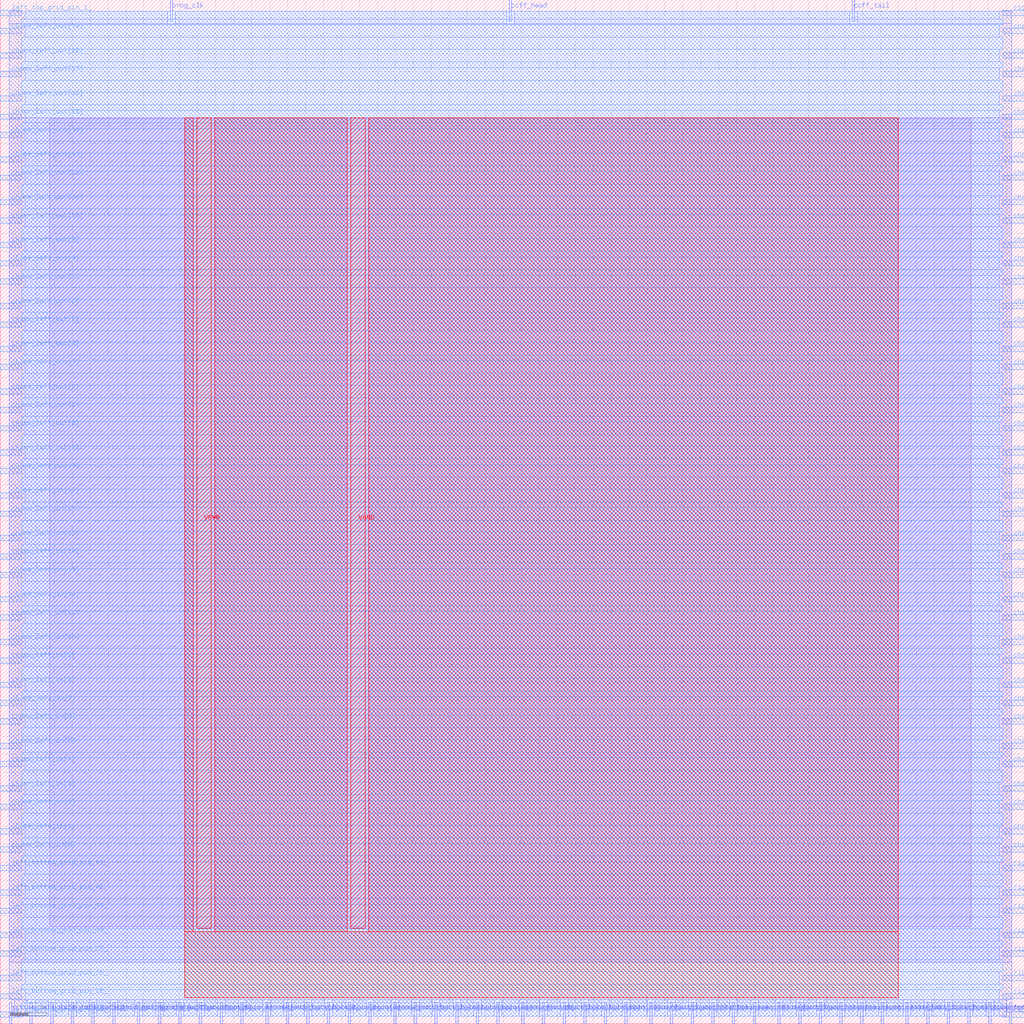
<source format=lef>
VERSION 5.7 ;
  NOWIREEXTENSIONATPIN ON ;
  DIVIDERCHAR "/" ;
  BUSBITCHARS "[]" ;
MACRO sb_1__8_
  CLASS BLOCK ;
  FOREIGN sb_1__8_ ;
  ORIGIN 0.000 0.000 ;
  SIZE 114.000 BY 114.000 ;
  PIN bottom_left_grid_pin_42_
    DIRECTION INPUT ;
    PORT
      LAYER met2 ;
        RECT 1.010 0.000 1.290 2.400 ;
    END
  END bottom_left_grid_pin_42_
  PIN bottom_left_grid_pin_43_
    DIRECTION INPUT ;
    PORT
      LAYER met2 ;
        RECT 3.310 0.000 3.590 2.400 ;
    END
  END bottom_left_grid_pin_43_
  PIN bottom_left_grid_pin_44_
    DIRECTION INPUT ;
    PORT
      LAYER met2 ;
        RECT 5.610 0.000 5.890 2.400 ;
    END
  END bottom_left_grid_pin_44_
  PIN bottom_left_grid_pin_45_
    DIRECTION INPUT ;
    PORT
      LAYER met2 ;
        RECT 7.910 0.000 8.190 2.400 ;
    END
  END bottom_left_grid_pin_45_
  PIN bottom_left_grid_pin_46_
    DIRECTION INPUT ;
    PORT
      LAYER met2 ;
        RECT 10.210 0.000 10.490 2.400 ;
    END
  END bottom_left_grid_pin_46_
  PIN bottom_left_grid_pin_47_
    DIRECTION INPUT ;
    PORT
      LAYER met2 ;
        RECT 12.510 0.000 12.790 2.400 ;
    END
  END bottom_left_grid_pin_47_
  PIN bottom_left_grid_pin_48_
    DIRECTION INPUT ;
    PORT
      LAYER met2 ;
        RECT 15.270 0.000 15.550 2.400 ;
    END
  END bottom_left_grid_pin_48_
  PIN bottom_left_grid_pin_49_
    DIRECTION INPUT ;
    PORT
      LAYER met2 ;
        RECT 17.570 0.000 17.850 2.400 ;
    END
  END bottom_left_grid_pin_49_
  PIN ccff_head
    DIRECTION INPUT ;
    PORT
      LAYER met2 ;
        RECT 56.670 111.600 56.950 114.000 ;
    END
  END ccff_head
  PIN ccff_tail
    DIRECTION OUTPUT TRISTATE ;
    PORT
      LAYER met2 ;
        RECT 94.850 111.600 95.130 114.000 ;
    END
  END ccff_tail
  PIN chanx_left_in[0]
    DIRECTION INPUT ;
    PORT
      LAYER met3 ;
        RECT 0.000 19.080 2.400 19.680 ;
    END
  END chanx_left_in[0]
  PIN chanx_left_in[10]
    DIRECTION INPUT ;
    PORT
      LAYER met3 ;
        RECT 0.000 42.200 2.400 42.800 ;
    END
  END chanx_left_in[10]
  PIN chanx_left_in[11]
    DIRECTION INPUT ;
    PORT
      LAYER met3 ;
        RECT 0.000 44.920 2.400 45.520 ;
    END
  END chanx_left_in[11]
  PIN chanx_left_in[12]
    DIRECTION INPUT ;
    PORT
      LAYER met3 ;
        RECT 0.000 46.960 2.400 47.560 ;
    END
  END chanx_left_in[12]
  PIN chanx_left_in[13]
    DIRECTION INPUT ;
    PORT
      LAYER met3 ;
        RECT 0.000 49.680 2.400 50.280 ;
    END
  END chanx_left_in[13]
  PIN chanx_left_in[14]
    DIRECTION INPUT ;
    PORT
      LAYER met3 ;
        RECT 0.000 51.720 2.400 52.320 ;
    END
  END chanx_left_in[14]
  PIN chanx_left_in[15]
    DIRECTION INPUT ;
    PORT
      LAYER met3 ;
        RECT 0.000 53.760 2.400 54.360 ;
    END
  END chanx_left_in[15]
  PIN chanx_left_in[16]
    DIRECTION INPUT ;
    PORT
      LAYER met3 ;
        RECT 0.000 56.480 2.400 57.080 ;
    END
  END chanx_left_in[16]
  PIN chanx_left_in[17]
    DIRECTION INPUT ;
    PORT
      LAYER met3 ;
        RECT 0.000 58.520 2.400 59.120 ;
    END
  END chanx_left_in[17]
  PIN chanx_left_in[18]
    DIRECTION INPUT ;
    PORT
      LAYER met3 ;
        RECT 0.000 61.240 2.400 61.840 ;
    END
  END chanx_left_in[18]
  PIN chanx_left_in[19]
    DIRECTION INPUT ;
    PORT
      LAYER met3 ;
        RECT 0.000 63.280 2.400 63.880 ;
    END
  END chanx_left_in[19]
  PIN chanx_left_in[1]
    DIRECTION INPUT ;
    PORT
      LAYER met3 ;
        RECT 0.000 21.120 2.400 21.720 ;
    END
  END chanx_left_in[1]
  PIN chanx_left_in[2]
    DIRECTION INPUT ;
    PORT
      LAYER met3 ;
        RECT 0.000 23.840 2.400 24.440 ;
    END
  END chanx_left_in[2]
  PIN chanx_left_in[3]
    DIRECTION INPUT ;
    PORT
      LAYER met3 ;
        RECT 0.000 25.880 2.400 26.480 ;
    END
  END chanx_left_in[3]
  PIN chanx_left_in[4]
    DIRECTION INPUT ;
    PORT
      LAYER met3 ;
        RECT 0.000 28.600 2.400 29.200 ;
    END
  END chanx_left_in[4]
  PIN chanx_left_in[5]
    DIRECTION INPUT ;
    PORT
      LAYER met3 ;
        RECT 0.000 30.640 2.400 31.240 ;
    END
  END chanx_left_in[5]
  PIN chanx_left_in[6]
    DIRECTION INPUT ;
    PORT
      LAYER met3 ;
        RECT 0.000 33.360 2.400 33.960 ;
    END
  END chanx_left_in[6]
  PIN chanx_left_in[7]
    DIRECTION INPUT ;
    PORT
      LAYER met3 ;
        RECT 0.000 35.400 2.400 36.000 ;
    END
  END chanx_left_in[7]
  PIN chanx_left_in[8]
    DIRECTION INPUT ;
    PORT
      LAYER met3 ;
        RECT 0.000 37.440 2.400 38.040 ;
    END
  END chanx_left_in[8]
  PIN chanx_left_in[9]
    DIRECTION INPUT ;
    PORT
      LAYER met3 ;
        RECT 0.000 40.160 2.400 40.760 ;
    END
  END chanx_left_in[9]
  PIN chanx_left_out[0]
    DIRECTION OUTPUT TRISTATE ;
    PORT
      LAYER met3 ;
        RECT 0.000 66.000 2.400 66.600 ;
    END
  END chanx_left_out[0]
  PIN chanx_left_out[10]
    DIRECTION OUTPUT TRISTATE ;
    PORT
      LAYER met3 ;
        RECT 0.000 89.120 2.400 89.720 ;
    END
  END chanx_left_out[10]
  PIN chanx_left_out[11]
    DIRECTION OUTPUT TRISTATE ;
    PORT
      LAYER met3 ;
        RECT 0.000 91.160 2.400 91.760 ;
    END
  END chanx_left_out[11]
  PIN chanx_left_out[12]
    DIRECTION OUTPUT TRISTATE ;
    PORT
      LAYER met3 ;
        RECT 0.000 93.880 2.400 94.480 ;
    END
  END chanx_left_out[12]
  PIN chanx_left_out[13]
    DIRECTION OUTPUT TRISTATE ;
    PORT
      LAYER met3 ;
        RECT 0.000 95.920 2.400 96.520 ;
    END
  END chanx_left_out[13]
  PIN chanx_left_out[14]
    DIRECTION OUTPUT TRISTATE ;
    PORT
      LAYER met3 ;
        RECT 0.000 98.640 2.400 99.240 ;
    END
  END chanx_left_out[14]
  PIN chanx_left_out[15]
    DIRECTION OUTPUT TRISTATE ;
    PORT
      LAYER met3 ;
        RECT 0.000 100.680 2.400 101.280 ;
    END
  END chanx_left_out[15]
  PIN chanx_left_out[16]
    DIRECTION OUTPUT TRISTATE ;
    PORT
      LAYER met3 ;
        RECT 0.000 102.720 2.400 103.320 ;
    END
  END chanx_left_out[16]
  PIN chanx_left_out[17]
    DIRECTION OUTPUT TRISTATE ;
    PORT
      LAYER met3 ;
        RECT 0.000 105.440 2.400 106.040 ;
    END
  END chanx_left_out[17]
  PIN chanx_left_out[18]
    DIRECTION OUTPUT TRISTATE ;
    PORT
      LAYER met3 ;
        RECT 0.000 107.480 2.400 108.080 ;
    END
  END chanx_left_out[18]
  PIN chanx_left_out[19]
    DIRECTION OUTPUT TRISTATE ;
    PORT
      LAYER met3 ;
        RECT 0.000 110.200 2.400 110.800 ;
    END
  END chanx_left_out[19]
  PIN chanx_left_out[1]
    DIRECTION OUTPUT TRISTATE ;
    PORT
      LAYER met3 ;
        RECT 0.000 68.040 2.400 68.640 ;
    END
  END chanx_left_out[1]
  PIN chanx_left_out[2]
    DIRECTION OUTPUT TRISTATE ;
    PORT
      LAYER met3 ;
        RECT 0.000 70.080 2.400 70.680 ;
    END
  END chanx_left_out[2]
  PIN chanx_left_out[3]
    DIRECTION OUTPUT TRISTATE ;
    PORT
      LAYER met3 ;
        RECT 0.000 72.800 2.400 73.400 ;
    END
  END chanx_left_out[3]
  PIN chanx_left_out[4]
    DIRECTION OUTPUT TRISTATE ;
    PORT
      LAYER met3 ;
        RECT 0.000 74.840 2.400 75.440 ;
    END
  END chanx_left_out[4]
  PIN chanx_left_out[5]
    DIRECTION OUTPUT TRISTATE ;
    PORT
      LAYER met3 ;
        RECT 0.000 77.560 2.400 78.160 ;
    END
  END chanx_left_out[5]
  PIN chanx_left_out[6]
    DIRECTION OUTPUT TRISTATE ;
    PORT
      LAYER met3 ;
        RECT 0.000 79.600 2.400 80.200 ;
    END
  END chanx_left_out[6]
  PIN chanx_left_out[7]
    DIRECTION OUTPUT TRISTATE ;
    PORT
      LAYER met3 ;
        RECT 0.000 82.320 2.400 82.920 ;
    END
  END chanx_left_out[7]
  PIN chanx_left_out[8]
    DIRECTION OUTPUT TRISTATE ;
    PORT
      LAYER met3 ;
        RECT 0.000 84.360 2.400 84.960 ;
    END
  END chanx_left_out[8]
  PIN chanx_left_out[9]
    DIRECTION OUTPUT TRISTATE ;
    PORT
      LAYER met3 ;
        RECT 0.000 86.400 2.400 87.000 ;
    END
  END chanx_left_out[9]
  PIN chanx_right_in[0]
    DIRECTION INPUT ;
    PORT
      LAYER met3 ;
        RECT 111.600 19.080 114.000 19.680 ;
    END
  END chanx_right_in[0]
  PIN chanx_right_in[10]
    DIRECTION INPUT ;
    PORT
      LAYER met3 ;
        RECT 111.600 42.200 114.000 42.800 ;
    END
  END chanx_right_in[10]
  PIN chanx_right_in[11]
    DIRECTION INPUT ;
    PORT
      LAYER met3 ;
        RECT 111.600 44.920 114.000 45.520 ;
    END
  END chanx_right_in[11]
  PIN chanx_right_in[12]
    DIRECTION INPUT ;
    PORT
      LAYER met3 ;
        RECT 111.600 46.960 114.000 47.560 ;
    END
  END chanx_right_in[12]
  PIN chanx_right_in[13]
    DIRECTION INPUT ;
    PORT
      LAYER met3 ;
        RECT 111.600 49.680 114.000 50.280 ;
    END
  END chanx_right_in[13]
  PIN chanx_right_in[14]
    DIRECTION INPUT ;
    PORT
      LAYER met3 ;
        RECT 111.600 51.720 114.000 52.320 ;
    END
  END chanx_right_in[14]
  PIN chanx_right_in[15]
    DIRECTION INPUT ;
    PORT
      LAYER met3 ;
        RECT 111.600 53.760 114.000 54.360 ;
    END
  END chanx_right_in[15]
  PIN chanx_right_in[16]
    DIRECTION INPUT ;
    PORT
      LAYER met3 ;
        RECT 111.600 56.480 114.000 57.080 ;
    END
  END chanx_right_in[16]
  PIN chanx_right_in[17]
    DIRECTION INPUT ;
    PORT
      LAYER met3 ;
        RECT 111.600 58.520 114.000 59.120 ;
    END
  END chanx_right_in[17]
  PIN chanx_right_in[18]
    DIRECTION INPUT ;
    PORT
      LAYER met3 ;
        RECT 111.600 61.240 114.000 61.840 ;
    END
  END chanx_right_in[18]
  PIN chanx_right_in[19]
    DIRECTION INPUT ;
    PORT
      LAYER met3 ;
        RECT 111.600 63.280 114.000 63.880 ;
    END
  END chanx_right_in[19]
  PIN chanx_right_in[1]
    DIRECTION INPUT ;
    PORT
      LAYER met3 ;
        RECT 111.600 21.120 114.000 21.720 ;
    END
  END chanx_right_in[1]
  PIN chanx_right_in[2]
    DIRECTION INPUT ;
    PORT
      LAYER met3 ;
        RECT 111.600 23.840 114.000 24.440 ;
    END
  END chanx_right_in[2]
  PIN chanx_right_in[3]
    DIRECTION INPUT ;
    PORT
      LAYER met3 ;
        RECT 111.600 25.880 114.000 26.480 ;
    END
  END chanx_right_in[3]
  PIN chanx_right_in[4]
    DIRECTION INPUT ;
    PORT
      LAYER met3 ;
        RECT 111.600 28.600 114.000 29.200 ;
    END
  END chanx_right_in[4]
  PIN chanx_right_in[5]
    DIRECTION INPUT ;
    PORT
      LAYER met3 ;
        RECT 111.600 30.640 114.000 31.240 ;
    END
  END chanx_right_in[5]
  PIN chanx_right_in[6]
    DIRECTION INPUT ;
    PORT
      LAYER met3 ;
        RECT 111.600 33.360 114.000 33.960 ;
    END
  END chanx_right_in[6]
  PIN chanx_right_in[7]
    DIRECTION INPUT ;
    PORT
      LAYER met3 ;
        RECT 111.600 35.400 114.000 36.000 ;
    END
  END chanx_right_in[7]
  PIN chanx_right_in[8]
    DIRECTION INPUT ;
    PORT
      LAYER met3 ;
        RECT 111.600 37.440 114.000 38.040 ;
    END
  END chanx_right_in[8]
  PIN chanx_right_in[9]
    DIRECTION INPUT ;
    PORT
      LAYER met3 ;
        RECT 111.600 40.160 114.000 40.760 ;
    END
  END chanx_right_in[9]
  PIN chanx_right_out[0]
    DIRECTION OUTPUT TRISTATE ;
    PORT
      LAYER met3 ;
        RECT 111.600 66.000 114.000 66.600 ;
    END
  END chanx_right_out[0]
  PIN chanx_right_out[10]
    DIRECTION OUTPUT TRISTATE ;
    PORT
      LAYER met3 ;
        RECT 111.600 89.120 114.000 89.720 ;
    END
  END chanx_right_out[10]
  PIN chanx_right_out[11]
    DIRECTION OUTPUT TRISTATE ;
    PORT
      LAYER met3 ;
        RECT 111.600 91.160 114.000 91.760 ;
    END
  END chanx_right_out[11]
  PIN chanx_right_out[12]
    DIRECTION OUTPUT TRISTATE ;
    PORT
      LAYER met3 ;
        RECT 111.600 93.880 114.000 94.480 ;
    END
  END chanx_right_out[12]
  PIN chanx_right_out[13]
    DIRECTION OUTPUT TRISTATE ;
    PORT
      LAYER met3 ;
        RECT 111.600 95.920 114.000 96.520 ;
    END
  END chanx_right_out[13]
  PIN chanx_right_out[14]
    DIRECTION OUTPUT TRISTATE ;
    PORT
      LAYER met3 ;
        RECT 111.600 98.640 114.000 99.240 ;
    END
  END chanx_right_out[14]
  PIN chanx_right_out[15]
    DIRECTION OUTPUT TRISTATE ;
    PORT
      LAYER met3 ;
        RECT 111.600 100.680 114.000 101.280 ;
    END
  END chanx_right_out[15]
  PIN chanx_right_out[16]
    DIRECTION OUTPUT TRISTATE ;
    PORT
      LAYER met3 ;
        RECT 111.600 102.720 114.000 103.320 ;
    END
  END chanx_right_out[16]
  PIN chanx_right_out[17]
    DIRECTION OUTPUT TRISTATE ;
    PORT
      LAYER met3 ;
        RECT 111.600 105.440 114.000 106.040 ;
    END
  END chanx_right_out[17]
  PIN chanx_right_out[18]
    DIRECTION OUTPUT TRISTATE ;
    PORT
      LAYER met3 ;
        RECT 111.600 107.480 114.000 108.080 ;
    END
  END chanx_right_out[18]
  PIN chanx_right_out[19]
    DIRECTION OUTPUT TRISTATE ;
    PORT
      LAYER met3 ;
        RECT 111.600 110.200 114.000 110.800 ;
    END
  END chanx_right_out[19]
  PIN chanx_right_out[1]
    DIRECTION OUTPUT TRISTATE ;
    PORT
      LAYER met3 ;
        RECT 111.600 68.040 114.000 68.640 ;
    END
  END chanx_right_out[1]
  PIN chanx_right_out[2]
    DIRECTION OUTPUT TRISTATE ;
    PORT
      LAYER met3 ;
        RECT 111.600 70.080 114.000 70.680 ;
    END
  END chanx_right_out[2]
  PIN chanx_right_out[3]
    DIRECTION OUTPUT TRISTATE ;
    PORT
      LAYER met3 ;
        RECT 111.600 72.800 114.000 73.400 ;
    END
  END chanx_right_out[3]
  PIN chanx_right_out[4]
    DIRECTION OUTPUT TRISTATE ;
    PORT
      LAYER met3 ;
        RECT 111.600 74.840 114.000 75.440 ;
    END
  END chanx_right_out[4]
  PIN chanx_right_out[5]
    DIRECTION OUTPUT TRISTATE ;
    PORT
      LAYER met3 ;
        RECT 111.600 77.560 114.000 78.160 ;
    END
  END chanx_right_out[5]
  PIN chanx_right_out[6]
    DIRECTION OUTPUT TRISTATE ;
    PORT
      LAYER met3 ;
        RECT 111.600 79.600 114.000 80.200 ;
    END
  END chanx_right_out[6]
  PIN chanx_right_out[7]
    DIRECTION OUTPUT TRISTATE ;
    PORT
      LAYER met3 ;
        RECT 111.600 82.320 114.000 82.920 ;
    END
  END chanx_right_out[7]
  PIN chanx_right_out[8]
    DIRECTION OUTPUT TRISTATE ;
    PORT
      LAYER met3 ;
        RECT 111.600 84.360 114.000 84.960 ;
    END
  END chanx_right_out[8]
  PIN chanx_right_out[9]
    DIRECTION OUTPUT TRISTATE ;
    PORT
      LAYER met3 ;
        RECT 111.600 86.400 114.000 87.000 ;
    END
  END chanx_right_out[9]
  PIN chany_bottom_in[0]
    DIRECTION INPUT ;
    PORT
      LAYER met2 ;
        RECT 19.870 0.000 20.150 2.400 ;
    END
  END chany_bottom_in[0]
  PIN chany_bottom_in[10]
    DIRECTION INPUT ;
    PORT
      LAYER met2 ;
        RECT 43.790 0.000 44.070 2.400 ;
    END
  END chany_bottom_in[10]
  PIN chany_bottom_in[11]
    DIRECTION INPUT ;
    PORT
      LAYER met2 ;
        RECT 46.090 0.000 46.370 2.400 ;
    END
  END chany_bottom_in[11]
  PIN chany_bottom_in[12]
    DIRECTION INPUT ;
    PORT
      LAYER met2 ;
        RECT 48.390 0.000 48.670 2.400 ;
    END
  END chany_bottom_in[12]
  PIN chany_bottom_in[13]
    DIRECTION INPUT ;
    PORT
      LAYER met2 ;
        RECT 50.690 0.000 50.970 2.400 ;
    END
  END chany_bottom_in[13]
  PIN chany_bottom_in[14]
    DIRECTION INPUT ;
    PORT
      LAYER met2 ;
        RECT 52.990 0.000 53.270 2.400 ;
    END
  END chany_bottom_in[14]
  PIN chany_bottom_in[15]
    DIRECTION INPUT ;
    PORT
      LAYER met2 ;
        RECT 55.290 0.000 55.570 2.400 ;
    END
  END chany_bottom_in[15]
  PIN chany_bottom_in[16]
    DIRECTION INPUT ;
    PORT
      LAYER met2 ;
        RECT 58.050 0.000 58.330 2.400 ;
    END
  END chany_bottom_in[16]
  PIN chany_bottom_in[17]
    DIRECTION INPUT ;
    PORT
      LAYER met2 ;
        RECT 60.350 0.000 60.630 2.400 ;
    END
  END chany_bottom_in[17]
  PIN chany_bottom_in[18]
    DIRECTION INPUT ;
    PORT
      LAYER met2 ;
        RECT 62.650 0.000 62.930 2.400 ;
    END
  END chany_bottom_in[18]
  PIN chany_bottom_in[19]
    DIRECTION INPUT ;
    PORT
      LAYER met2 ;
        RECT 64.950 0.000 65.230 2.400 ;
    END
  END chany_bottom_in[19]
  PIN chany_bottom_in[1]
    DIRECTION INPUT ;
    PORT
      LAYER met2 ;
        RECT 22.170 0.000 22.450 2.400 ;
    END
  END chany_bottom_in[1]
  PIN chany_bottom_in[2]
    DIRECTION INPUT ;
    PORT
      LAYER met2 ;
        RECT 24.470 0.000 24.750 2.400 ;
    END
  END chany_bottom_in[2]
  PIN chany_bottom_in[3]
    DIRECTION INPUT ;
    PORT
      LAYER met2 ;
        RECT 26.770 0.000 27.050 2.400 ;
    END
  END chany_bottom_in[3]
  PIN chany_bottom_in[4]
    DIRECTION INPUT ;
    PORT
      LAYER met2 ;
        RECT 29.530 0.000 29.810 2.400 ;
    END
  END chany_bottom_in[4]
  PIN chany_bottom_in[5]
    DIRECTION INPUT ;
    PORT
      LAYER met2 ;
        RECT 31.830 0.000 32.110 2.400 ;
    END
  END chany_bottom_in[5]
  PIN chany_bottom_in[6]
    DIRECTION INPUT ;
    PORT
      LAYER met2 ;
        RECT 34.130 0.000 34.410 2.400 ;
    END
  END chany_bottom_in[6]
  PIN chany_bottom_in[7]
    DIRECTION INPUT ;
    PORT
      LAYER met2 ;
        RECT 36.430 0.000 36.710 2.400 ;
    END
  END chany_bottom_in[7]
  PIN chany_bottom_in[8]
    DIRECTION INPUT ;
    PORT
      LAYER met2 ;
        RECT 38.730 0.000 39.010 2.400 ;
    END
  END chany_bottom_in[8]
  PIN chany_bottom_in[9]
    DIRECTION INPUT ;
    PORT
      LAYER met2 ;
        RECT 41.030 0.000 41.310 2.400 ;
    END
  END chany_bottom_in[9]
  PIN chany_bottom_out[0]
    DIRECTION OUTPUT TRISTATE ;
    PORT
      LAYER met2 ;
        RECT 67.250 0.000 67.530 2.400 ;
    END
  END chany_bottom_out[0]
  PIN chany_bottom_out[10]
    DIRECTION OUTPUT TRISTATE ;
    PORT
      LAYER met2 ;
        RECT 91.170 0.000 91.450 2.400 ;
    END
  END chany_bottom_out[10]
  PIN chany_bottom_out[11]
    DIRECTION OUTPUT TRISTATE ;
    PORT
      LAYER met2 ;
        RECT 93.470 0.000 93.750 2.400 ;
    END
  END chany_bottom_out[11]
  PIN chany_bottom_out[12]
    DIRECTION OUTPUT TRISTATE ;
    PORT
      LAYER met2 ;
        RECT 95.770 0.000 96.050 2.400 ;
    END
  END chany_bottom_out[12]
  PIN chany_bottom_out[13]
    DIRECTION OUTPUT TRISTATE ;
    PORT
      LAYER met2 ;
        RECT 98.070 0.000 98.350 2.400 ;
    END
  END chany_bottom_out[13]
  PIN chany_bottom_out[14]
    DIRECTION OUTPUT TRISTATE ;
    PORT
      LAYER met2 ;
        RECT 100.830 0.000 101.110 2.400 ;
    END
  END chany_bottom_out[14]
  PIN chany_bottom_out[15]
    DIRECTION OUTPUT TRISTATE ;
    PORT
      LAYER met2 ;
        RECT 103.130 0.000 103.410 2.400 ;
    END
  END chany_bottom_out[15]
  PIN chany_bottom_out[16]
    DIRECTION OUTPUT TRISTATE ;
    PORT
      LAYER met2 ;
        RECT 105.430 0.000 105.710 2.400 ;
    END
  END chany_bottom_out[16]
  PIN chany_bottom_out[17]
    DIRECTION OUTPUT TRISTATE ;
    PORT
      LAYER met2 ;
        RECT 107.730 0.000 108.010 2.400 ;
    END
  END chany_bottom_out[17]
  PIN chany_bottom_out[18]
    DIRECTION OUTPUT TRISTATE ;
    PORT
      LAYER met2 ;
        RECT 110.030 0.000 110.310 2.400 ;
    END
  END chany_bottom_out[18]
  PIN chany_bottom_out[19]
    DIRECTION OUTPUT TRISTATE ;
    PORT
      LAYER met2 ;
        RECT 112.330 0.000 112.610 2.400 ;
    END
  END chany_bottom_out[19]
  PIN chany_bottom_out[1]
    DIRECTION OUTPUT TRISTATE ;
    PORT
      LAYER met2 ;
        RECT 69.550 0.000 69.830 2.400 ;
    END
  END chany_bottom_out[1]
  PIN chany_bottom_out[2]
    DIRECTION OUTPUT TRISTATE ;
    PORT
      LAYER met2 ;
        RECT 72.310 0.000 72.590 2.400 ;
    END
  END chany_bottom_out[2]
  PIN chany_bottom_out[3]
    DIRECTION OUTPUT TRISTATE ;
    PORT
      LAYER met2 ;
        RECT 74.610 0.000 74.890 2.400 ;
    END
  END chany_bottom_out[3]
  PIN chany_bottom_out[4]
    DIRECTION OUTPUT TRISTATE ;
    PORT
      LAYER met2 ;
        RECT 76.910 0.000 77.190 2.400 ;
    END
  END chany_bottom_out[4]
  PIN chany_bottom_out[5]
    DIRECTION OUTPUT TRISTATE ;
    PORT
      LAYER met2 ;
        RECT 79.210 0.000 79.490 2.400 ;
    END
  END chany_bottom_out[5]
  PIN chany_bottom_out[6]
    DIRECTION OUTPUT TRISTATE ;
    PORT
      LAYER met2 ;
        RECT 81.510 0.000 81.790 2.400 ;
    END
  END chany_bottom_out[6]
  PIN chany_bottom_out[7]
    DIRECTION OUTPUT TRISTATE ;
    PORT
      LAYER met2 ;
        RECT 83.810 0.000 84.090 2.400 ;
    END
  END chany_bottom_out[7]
  PIN chany_bottom_out[8]
    DIRECTION OUTPUT TRISTATE ;
    PORT
      LAYER met2 ;
        RECT 86.570 0.000 86.850 2.400 ;
    END
  END chany_bottom_out[8]
  PIN chany_bottom_out[9]
    DIRECTION OUTPUT TRISTATE ;
    PORT
      LAYER met2 ;
        RECT 88.870 0.000 89.150 2.400 ;
    END
  END chany_bottom_out[9]
  PIN left_bottom_grid_pin_34_
    DIRECTION INPUT ;
    PORT
      LAYER met3 ;
        RECT 0.000 0.720 2.400 1.320 ;
    END
  END left_bottom_grid_pin_34_
  PIN left_bottom_grid_pin_35_
    DIRECTION INPUT ;
    PORT
      LAYER met3 ;
        RECT 0.000 2.760 2.400 3.360 ;
    END
  END left_bottom_grid_pin_35_
  PIN left_bottom_grid_pin_36_
    DIRECTION INPUT ;
    PORT
      LAYER met3 ;
        RECT 0.000 4.800 2.400 5.400 ;
    END
  END left_bottom_grid_pin_36_
  PIN left_bottom_grid_pin_37_
    DIRECTION INPUT ;
    PORT
      LAYER met3 ;
        RECT 0.000 7.520 2.400 8.120 ;
    END
  END left_bottom_grid_pin_37_
  PIN left_bottom_grid_pin_38_
    DIRECTION INPUT ;
    PORT
      LAYER met3 ;
        RECT 0.000 9.560 2.400 10.160 ;
    END
  END left_bottom_grid_pin_38_
  PIN left_bottom_grid_pin_39_
    DIRECTION INPUT ;
    PORT
      LAYER met3 ;
        RECT 0.000 12.280 2.400 12.880 ;
    END
  END left_bottom_grid_pin_39_
  PIN left_bottom_grid_pin_40_
    DIRECTION INPUT ;
    PORT
      LAYER met3 ;
        RECT 0.000 14.320 2.400 14.920 ;
    END
  END left_bottom_grid_pin_40_
  PIN left_bottom_grid_pin_41_
    DIRECTION INPUT ;
    PORT
      LAYER met3 ;
        RECT 0.000 17.040 2.400 17.640 ;
    END
  END left_bottom_grid_pin_41_
  PIN left_top_grid_pin_1_
    DIRECTION INPUT ;
    PORT
      LAYER met3 ;
        RECT 0.000 112.240 2.400 112.840 ;
    END
  END left_top_grid_pin_1_
  PIN prog_clk
    DIRECTION INPUT ;
    PORT
      LAYER met2 ;
        RECT 18.950 111.600 19.230 114.000 ;
    END
  END prog_clk
  PIN right_bottom_grid_pin_34_
    DIRECTION INPUT ;
    PORT
      LAYER met3 ;
        RECT 111.600 0.720 114.000 1.320 ;
    END
  END right_bottom_grid_pin_34_
  PIN right_bottom_grid_pin_35_
    DIRECTION INPUT ;
    PORT
      LAYER met3 ;
        RECT 111.600 2.760 114.000 3.360 ;
    END
  END right_bottom_grid_pin_35_
  PIN right_bottom_grid_pin_36_
    DIRECTION INPUT ;
    PORT
      LAYER met3 ;
        RECT 111.600 4.800 114.000 5.400 ;
    END
  END right_bottom_grid_pin_36_
  PIN right_bottom_grid_pin_37_
    DIRECTION INPUT ;
    PORT
      LAYER met3 ;
        RECT 111.600 7.520 114.000 8.120 ;
    END
  END right_bottom_grid_pin_37_
  PIN right_bottom_grid_pin_38_
    DIRECTION INPUT ;
    PORT
      LAYER met3 ;
        RECT 111.600 9.560 114.000 10.160 ;
    END
  END right_bottom_grid_pin_38_
  PIN right_bottom_grid_pin_39_
    DIRECTION INPUT ;
    PORT
      LAYER met3 ;
        RECT 111.600 12.280 114.000 12.880 ;
    END
  END right_bottom_grid_pin_39_
  PIN right_bottom_grid_pin_40_
    DIRECTION INPUT ;
    PORT
      LAYER met3 ;
        RECT 111.600 14.320 114.000 14.920 ;
    END
  END right_bottom_grid_pin_40_
  PIN right_bottom_grid_pin_41_
    DIRECTION INPUT ;
    PORT
      LAYER met3 ;
        RECT 111.600 17.040 114.000 17.640 ;
    END
  END right_bottom_grid_pin_41_
  PIN right_top_grid_pin_1_
    DIRECTION INPUT ;
    PORT
      LAYER met3 ;
        RECT 111.600 112.240 114.000 112.840 ;
    END
  END right_top_grid_pin_1_
  PIN VPWR
    DIRECTION INPUT ;
    USE POWER ;
    PORT
      LAYER met4 ;
        RECT 21.880 10.640 23.480 100.880 ;
    END
  END VPWR
  PIN VGND
    DIRECTION INPUT ;
    USE GROUND ;
    PORT
      LAYER met4 ;
        RECT 39.040 10.640 40.640 100.880 ;
    END
  END VGND
  OBS
      LAYER li1 ;
        RECT 5.520 10.795 108.100 100.725 ;
      LAYER met1 ;
        RECT 0.990 6.840 112.630 100.880 ;
      LAYER met2 ;
        RECT 1.020 111.320 18.670 112.725 ;
        RECT 19.510 111.320 56.390 112.725 ;
        RECT 57.230 111.320 94.570 112.725 ;
        RECT 95.410 111.320 112.600 112.725 ;
        RECT 1.020 2.680 112.600 111.320 ;
        RECT 1.570 0.835 3.030 2.680 ;
        RECT 3.870 0.835 5.330 2.680 ;
        RECT 6.170 0.835 7.630 2.680 ;
        RECT 8.470 0.835 9.930 2.680 ;
        RECT 10.770 0.835 12.230 2.680 ;
        RECT 13.070 0.835 14.990 2.680 ;
        RECT 15.830 0.835 17.290 2.680 ;
        RECT 18.130 0.835 19.590 2.680 ;
        RECT 20.430 0.835 21.890 2.680 ;
        RECT 22.730 0.835 24.190 2.680 ;
        RECT 25.030 0.835 26.490 2.680 ;
        RECT 27.330 0.835 29.250 2.680 ;
        RECT 30.090 0.835 31.550 2.680 ;
        RECT 32.390 0.835 33.850 2.680 ;
        RECT 34.690 0.835 36.150 2.680 ;
        RECT 36.990 0.835 38.450 2.680 ;
        RECT 39.290 0.835 40.750 2.680 ;
        RECT 41.590 0.835 43.510 2.680 ;
        RECT 44.350 0.835 45.810 2.680 ;
        RECT 46.650 0.835 48.110 2.680 ;
        RECT 48.950 0.835 50.410 2.680 ;
        RECT 51.250 0.835 52.710 2.680 ;
        RECT 53.550 0.835 55.010 2.680 ;
        RECT 55.850 0.835 57.770 2.680 ;
        RECT 58.610 0.835 60.070 2.680 ;
        RECT 60.910 0.835 62.370 2.680 ;
        RECT 63.210 0.835 64.670 2.680 ;
        RECT 65.510 0.835 66.970 2.680 ;
        RECT 67.810 0.835 69.270 2.680 ;
        RECT 70.110 0.835 72.030 2.680 ;
        RECT 72.870 0.835 74.330 2.680 ;
        RECT 75.170 0.835 76.630 2.680 ;
        RECT 77.470 0.835 78.930 2.680 ;
        RECT 79.770 0.835 81.230 2.680 ;
        RECT 82.070 0.835 83.530 2.680 ;
        RECT 84.370 0.835 86.290 2.680 ;
        RECT 87.130 0.835 88.590 2.680 ;
        RECT 89.430 0.835 90.890 2.680 ;
        RECT 91.730 0.835 93.190 2.680 ;
        RECT 94.030 0.835 95.490 2.680 ;
        RECT 96.330 0.835 97.790 2.680 ;
        RECT 98.630 0.835 100.550 2.680 ;
        RECT 101.390 0.835 102.850 2.680 ;
        RECT 103.690 0.835 105.150 2.680 ;
        RECT 105.990 0.835 107.450 2.680 ;
        RECT 108.290 0.835 109.750 2.680 ;
        RECT 110.590 0.835 112.050 2.680 ;
      LAYER met3 ;
        RECT 2.800 111.840 111.200 112.705 ;
        RECT 2.400 111.200 111.600 111.840 ;
        RECT 2.800 109.800 111.200 111.200 ;
        RECT 2.400 108.480 111.600 109.800 ;
        RECT 2.800 107.080 111.200 108.480 ;
        RECT 2.400 106.440 111.600 107.080 ;
        RECT 2.800 105.040 111.200 106.440 ;
        RECT 2.400 103.720 111.600 105.040 ;
        RECT 2.800 102.320 111.200 103.720 ;
        RECT 2.400 101.680 111.600 102.320 ;
        RECT 2.800 100.280 111.200 101.680 ;
        RECT 2.400 99.640 111.600 100.280 ;
        RECT 2.800 98.240 111.200 99.640 ;
        RECT 2.400 96.920 111.600 98.240 ;
        RECT 2.800 95.520 111.200 96.920 ;
        RECT 2.400 94.880 111.600 95.520 ;
        RECT 2.800 93.480 111.200 94.880 ;
        RECT 2.400 92.160 111.600 93.480 ;
        RECT 2.800 90.760 111.200 92.160 ;
        RECT 2.400 90.120 111.600 90.760 ;
        RECT 2.800 88.720 111.200 90.120 ;
        RECT 2.400 87.400 111.600 88.720 ;
        RECT 2.800 86.000 111.200 87.400 ;
        RECT 2.400 85.360 111.600 86.000 ;
        RECT 2.800 83.960 111.200 85.360 ;
        RECT 2.400 83.320 111.600 83.960 ;
        RECT 2.800 81.920 111.200 83.320 ;
        RECT 2.400 80.600 111.600 81.920 ;
        RECT 2.800 79.200 111.200 80.600 ;
        RECT 2.400 78.560 111.600 79.200 ;
        RECT 2.800 77.160 111.200 78.560 ;
        RECT 2.400 75.840 111.600 77.160 ;
        RECT 2.800 74.440 111.200 75.840 ;
        RECT 2.400 73.800 111.600 74.440 ;
        RECT 2.800 72.400 111.200 73.800 ;
        RECT 2.400 71.080 111.600 72.400 ;
        RECT 2.800 69.680 111.200 71.080 ;
        RECT 2.400 69.040 111.600 69.680 ;
        RECT 2.800 67.640 111.200 69.040 ;
        RECT 2.400 67.000 111.600 67.640 ;
        RECT 2.800 65.600 111.200 67.000 ;
        RECT 2.400 64.280 111.600 65.600 ;
        RECT 2.800 62.880 111.200 64.280 ;
        RECT 2.400 62.240 111.600 62.880 ;
        RECT 2.800 60.840 111.200 62.240 ;
        RECT 2.400 59.520 111.600 60.840 ;
        RECT 2.800 58.120 111.200 59.520 ;
        RECT 2.400 57.480 111.600 58.120 ;
        RECT 2.800 56.080 111.200 57.480 ;
        RECT 2.400 54.760 111.600 56.080 ;
        RECT 2.800 53.360 111.200 54.760 ;
        RECT 2.400 52.720 111.600 53.360 ;
        RECT 2.800 51.320 111.200 52.720 ;
        RECT 2.400 50.680 111.600 51.320 ;
        RECT 2.800 49.280 111.200 50.680 ;
        RECT 2.400 47.960 111.600 49.280 ;
        RECT 2.800 46.560 111.200 47.960 ;
        RECT 2.400 45.920 111.600 46.560 ;
        RECT 2.800 44.520 111.200 45.920 ;
        RECT 2.400 43.200 111.600 44.520 ;
        RECT 2.800 41.800 111.200 43.200 ;
        RECT 2.400 41.160 111.600 41.800 ;
        RECT 2.800 39.760 111.200 41.160 ;
        RECT 2.400 38.440 111.600 39.760 ;
        RECT 2.800 37.040 111.200 38.440 ;
        RECT 2.400 36.400 111.600 37.040 ;
        RECT 2.800 35.000 111.200 36.400 ;
        RECT 2.400 34.360 111.600 35.000 ;
        RECT 2.800 32.960 111.200 34.360 ;
        RECT 2.400 31.640 111.600 32.960 ;
        RECT 2.800 30.240 111.200 31.640 ;
        RECT 2.400 29.600 111.600 30.240 ;
        RECT 2.800 28.200 111.200 29.600 ;
        RECT 2.400 26.880 111.600 28.200 ;
        RECT 2.800 25.480 111.200 26.880 ;
        RECT 2.400 24.840 111.600 25.480 ;
        RECT 2.800 23.440 111.200 24.840 ;
        RECT 2.400 22.120 111.600 23.440 ;
        RECT 2.800 20.720 111.200 22.120 ;
        RECT 2.400 20.080 111.600 20.720 ;
        RECT 2.800 18.680 111.200 20.080 ;
        RECT 2.400 18.040 111.600 18.680 ;
        RECT 2.800 16.640 111.200 18.040 ;
        RECT 2.400 15.320 111.600 16.640 ;
        RECT 2.800 13.920 111.200 15.320 ;
        RECT 2.400 13.280 111.600 13.920 ;
        RECT 2.800 11.880 111.200 13.280 ;
        RECT 2.400 10.560 111.600 11.880 ;
        RECT 2.800 9.160 111.200 10.560 ;
        RECT 2.400 8.520 111.600 9.160 ;
        RECT 2.800 7.120 111.200 8.520 ;
        RECT 2.400 5.800 111.600 7.120 ;
        RECT 2.800 4.400 111.200 5.800 ;
        RECT 2.400 3.760 111.600 4.400 ;
        RECT 2.800 2.360 111.200 3.760 ;
        RECT 2.400 1.720 111.600 2.360 ;
        RECT 2.800 0.855 111.200 1.720 ;
      LAYER met4 ;
        RECT 20.535 10.240 21.480 100.880 ;
        RECT 23.880 10.240 38.640 100.880 ;
        RECT 41.040 10.240 99.985 100.880 ;
        RECT 20.535 2.895 99.985 10.240 ;
  END
END sb_1__8_
END LIBRARY


</source>
